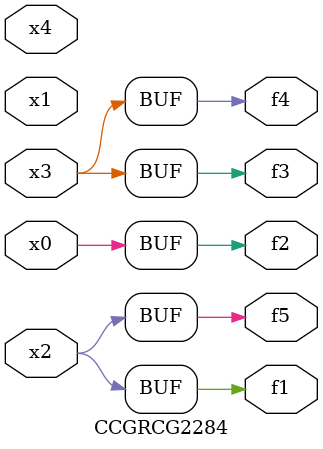
<source format=v>
module CCGRCG2284(
	input x0, x1, x2, x3, x4,
	output f1, f2, f3, f4, f5
);
	assign f1 = x2;
	assign f2 = x0;
	assign f3 = x3;
	assign f4 = x3;
	assign f5 = x2;
endmodule

</source>
